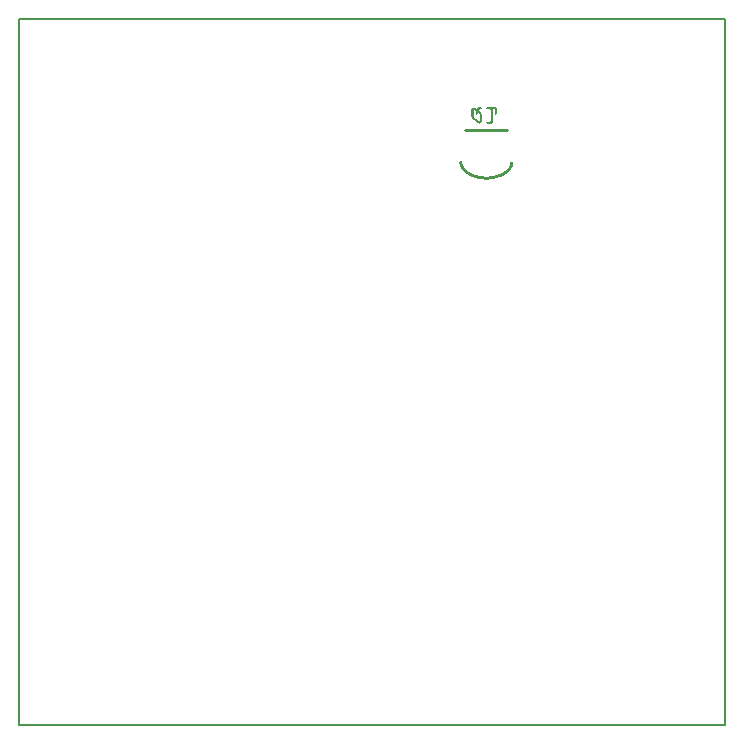
<source format=gbo>
G04 MADE WITH FRITZING*
G04 WWW.FRITZING.ORG*
G04 DOUBLE SIDED*
G04 HOLES PLATED*
G04 CONTOUR ON CENTER OF CONTOUR VECTOR*
%ASAXBY*%
%FSLAX23Y23*%
%MOIN*%
%OFA0B0*%
%SFA1.0B1.0*%
%ADD10R,2.362200X2.362200X2.346200X2.346200*%
%ADD11C,0.008000*%
%ADD12C,0.010000*%
%ADD13R,0.001000X0.001000*%
%LNSILK0*%
G90*
G70*
G54D11*
X4Y2358D02*
X2358Y2358D01*
X2358Y4D01*
X4Y4D01*
X4Y2358D01*
D02*
G54D12*
X1631Y1986D02*
X1491Y1986D01*
G54D13*
X1535Y2063D02*
X1543Y2063D01*
X1566Y2063D02*
X1593Y2063D01*
X1517Y2062D02*
X1524Y2062D01*
X1534Y2062D02*
X1545Y2062D01*
X1564Y2062D02*
X1595Y2062D01*
X1516Y2061D02*
X1525Y2061D01*
X1534Y2061D02*
X1546Y2061D01*
X1563Y2061D02*
X1596Y2061D01*
X1515Y2060D02*
X1527Y2060D01*
X1533Y2060D02*
X1546Y2060D01*
X1563Y2060D02*
X1596Y2060D01*
X1514Y2059D02*
X1528Y2059D01*
X1533Y2059D02*
X1546Y2059D01*
X1563Y2059D02*
X1596Y2059D01*
X1513Y2058D02*
X1529Y2058D01*
X1532Y2058D02*
X1546Y2058D01*
X1563Y2058D02*
X1596Y2058D01*
X1513Y2057D02*
X1530Y2057D01*
X1532Y2057D02*
X1545Y2057D01*
X1564Y2057D02*
X1596Y2057D01*
X1513Y2056D02*
X1539Y2056D01*
X1576Y2056D02*
X1583Y2056D01*
X1590Y2056D02*
X1596Y2056D01*
X1513Y2055D02*
X1519Y2055D01*
X1523Y2055D02*
X1538Y2055D01*
X1577Y2055D02*
X1583Y2055D01*
X1590Y2055D02*
X1596Y2055D01*
X1513Y2054D02*
X1519Y2054D01*
X1524Y2054D02*
X1537Y2054D01*
X1577Y2054D02*
X1583Y2054D01*
X1590Y2054D02*
X1596Y2054D01*
X1513Y2053D02*
X1519Y2053D01*
X1525Y2053D02*
X1537Y2053D01*
X1577Y2053D02*
X1583Y2053D01*
X1590Y2053D02*
X1596Y2053D01*
X1513Y2052D02*
X1519Y2052D01*
X1526Y2052D02*
X1537Y2052D01*
X1577Y2052D02*
X1583Y2052D01*
X1590Y2052D02*
X1596Y2052D01*
X1513Y2051D02*
X1519Y2051D01*
X1528Y2051D02*
X1537Y2051D01*
X1577Y2051D02*
X1583Y2051D01*
X1590Y2051D02*
X1596Y2051D01*
X1513Y2050D02*
X1519Y2050D01*
X1529Y2050D02*
X1539Y2050D01*
X1577Y2050D02*
X1583Y2050D01*
X1590Y2050D02*
X1596Y2050D01*
X1513Y2049D02*
X1519Y2049D01*
X1529Y2049D02*
X1540Y2049D01*
X1577Y2049D02*
X1583Y2049D01*
X1590Y2049D02*
X1596Y2049D01*
X1513Y2048D02*
X1519Y2048D01*
X1528Y2048D02*
X1541Y2048D01*
X1577Y2048D02*
X1583Y2048D01*
X1590Y2048D02*
X1596Y2048D01*
X1513Y2047D02*
X1519Y2047D01*
X1528Y2047D02*
X1542Y2047D01*
X1577Y2047D02*
X1583Y2047D01*
X1590Y2047D02*
X1596Y2047D01*
X1513Y2046D02*
X1519Y2046D01*
X1528Y2046D02*
X1543Y2046D01*
X1577Y2046D02*
X1583Y2046D01*
X1590Y2046D02*
X1596Y2046D01*
X1513Y2045D02*
X1519Y2045D01*
X1527Y2045D02*
X1544Y2045D01*
X1577Y2045D02*
X1583Y2045D01*
X1590Y2045D02*
X1596Y2045D01*
X1513Y2044D02*
X1519Y2044D01*
X1527Y2044D02*
X1533Y2044D01*
X1536Y2044D02*
X1544Y2044D01*
X1577Y2044D02*
X1583Y2044D01*
X1590Y2044D02*
X1596Y2044D01*
X1513Y2043D02*
X1519Y2043D01*
X1527Y2043D02*
X1533Y2043D01*
X1537Y2043D02*
X1545Y2043D01*
X1577Y2043D02*
X1583Y2043D01*
X1590Y2043D02*
X1596Y2043D01*
X1513Y2042D02*
X1519Y2042D01*
X1526Y2042D02*
X1533Y2042D01*
X1538Y2042D02*
X1545Y2042D01*
X1577Y2042D02*
X1583Y2042D01*
X1590Y2042D02*
X1596Y2042D01*
X1513Y2041D02*
X1519Y2041D01*
X1527Y2041D02*
X1532Y2041D01*
X1539Y2041D02*
X1546Y2041D01*
X1577Y2041D02*
X1583Y2041D01*
X1591Y2041D02*
X1596Y2041D01*
X1513Y2040D02*
X1519Y2040D01*
X1527Y2040D02*
X1532Y2040D01*
X1539Y2040D02*
X1546Y2040D01*
X1577Y2040D02*
X1583Y2040D01*
X1591Y2040D02*
X1596Y2040D01*
X1513Y2039D02*
X1519Y2039D01*
X1528Y2039D02*
X1531Y2039D01*
X1540Y2039D02*
X1546Y2039D01*
X1577Y2039D02*
X1583Y2039D01*
X1592Y2039D02*
X1595Y2039D01*
X1513Y2038D02*
X1519Y2038D01*
X1540Y2038D02*
X1546Y2038D01*
X1577Y2038D02*
X1583Y2038D01*
X1513Y2037D02*
X1519Y2037D01*
X1540Y2037D02*
X1546Y2037D01*
X1577Y2037D02*
X1583Y2037D01*
X1513Y2036D02*
X1519Y2036D01*
X1540Y2036D02*
X1546Y2036D01*
X1577Y2036D02*
X1583Y2036D01*
X1513Y2035D02*
X1519Y2035D01*
X1540Y2035D02*
X1546Y2035D01*
X1577Y2035D02*
X1583Y2035D01*
X1513Y2034D02*
X1519Y2034D01*
X1540Y2034D02*
X1546Y2034D01*
X1577Y2034D02*
X1583Y2034D01*
X1513Y2033D02*
X1519Y2033D01*
X1540Y2033D02*
X1546Y2033D01*
X1577Y2033D02*
X1583Y2033D01*
X1513Y2032D02*
X1519Y2032D01*
X1540Y2032D02*
X1546Y2032D01*
X1577Y2032D02*
X1583Y2032D01*
X1513Y2031D02*
X1520Y2031D01*
X1540Y2031D02*
X1546Y2031D01*
X1577Y2031D02*
X1583Y2031D01*
X1513Y2030D02*
X1520Y2030D01*
X1540Y2030D02*
X1546Y2030D01*
X1577Y2030D02*
X1583Y2030D01*
X1514Y2029D02*
X1522Y2029D01*
X1540Y2029D02*
X1546Y2029D01*
X1577Y2029D02*
X1583Y2029D01*
X1514Y2028D02*
X1523Y2028D01*
X1540Y2028D02*
X1546Y2028D01*
X1577Y2028D02*
X1583Y2028D01*
X1515Y2027D02*
X1524Y2027D01*
X1540Y2027D02*
X1546Y2027D01*
X1577Y2027D02*
X1583Y2027D01*
X1516Y2026D02*
X1525Y2026D01*
X1540Y2026D02*
X1546Y2026D01*
X1577Y2026D02*
X1583Y2026D01*
X1517Y2025D02*
X1526Y2025D01*
X1540Y2025D02*
X1546Y2025D01*
X1577Y2025D02*
X1583Y2025D01*
X1518Y2024D02*
X1527Y2024D01*
X1540Y2024D02*
X1546Y2024D01*
X1577Y2024D02*
X1583Y2024D01*
X1519Y2023D02*
X1529Y2023D01*
X1540Y2023D02*
X1546Y2023D01*
X1577Y2023D02*
X1583Y2023D01*
X1520Y2022D02*
X1530Y2022D01*
X1540Y2022D02*
X1546Y2022D01*
X1577Y2022D02*
X1583Y2022D01*
X1521Y2021D02*
X1531Y2021D01*
X1540Y2021D02*
X1546Y2021D01*
X1577Y2021D02*
X1583Y2021D01*
X1522Y2020D02*
X1532Y2020D01*
X1540Y2020D02*
X1546Y2020D01*
X1577Y2020D02*
X1583Y2020D01*
X1524Y2019D02*
X1533Y2019D01*
X1540Y2019D02*
X1546Y2019D01*
X1577Y2019D02*
X1583Y2019D01*
X1525Y2018D02*
X1535Y2018D01*
X1540Y2018D02*
X1546Y2018D01*
X1577Y2018D02*
X1583Y2018D01*
X1526Y2017D02*
X1536Y2017D01*
X1540Y2017D02*
X1546Y2017D01*
X1577Y2017D02*
X1583Y2017D01*
X1527Y2016D02*
X1537Y2016D01*
X1539Y2016D02*
X1546Y2016D01*
X1576Y2016D02*
X1583Y2016D01*
X1528Y2015D02*
X1546Y2015D01*
X1564Y2015D02*
X1583Y2015D01*
X1529Y2014D02*
X1545Y2014D01*
X1563Y2014D02*
X1583Y2014D01*
X1531Y2013D02*
X1545Y2013D01*
X1563Y2013D02*
X1583Y2013D01*
X1532Y2012D02*
X1544Y2012D01*
X1563Y2012D02*
X1583Y2012D01*
X1533Y2011D02*
X1543Y2011D01*
X1563Y2011D02*
X1583Y2011D01*
X1534Y2010D02*
X1542Y2010D01*
X1564Y2010D02*
X1583Y2010D01*
X1537Y2009D02*
X1539Y2009D01*
X1566Y2009D02*
X1582Y2009D01*
X1478Y1884D02*
X1480Y1884D01*
X1476Y1883D02*
X1481Y1883D01*
X1644Y1883D02*
X1644Y1883D01*
X1473Y1882D02*
X1481Y1882D01*
X1643Y1882D02*
X1647Y1882D01*
X1473Y1881D02*
X1482Y1881D01*
X1643Y1881D02*
X1651Y1881D01*
X1473Y1880D02*
X1482Y1880D01*
X1643Y1880D02*
X1651Y1880D01*
X1473Y1879D02*
X1482Y1879D01*
X1642Y1879D02*
X1652Y1879D01*
X1473Y1878D02*
X1482Y1878D01*
X1642Y1878D02*
X1651Y1878D01*
X1473Y1877D02*
X1482Y1877D01*
X1642Y1877D02*
X1651Y1877D01*
X1473Y1876D02*
X1482Y1876D01*
X1642Y1876D02*
X1651Y1876D01*
X1473Y1875D02*
X1482Y1875D01*
X1642Y1875D02*
X1651Y1875D01*
X1473Y1874D02*
X1483Y1874D01*
X1642Y1874D02*
X1651Y1874D01*
X1474Y1873D02*
X1483Y1873D01*
X1642Y1873D02*
X1651Y1873D01*
X1474Y1872D02*
X1483Y1872D01*
X1641Y1872D02*
X1651Y1872D01*
X1474Y1871D02*
X1483Y1871D01*
X1641Y1871D02*
X1650Y1871D01*
X1474Y1870D02*
X1484Y1870D01*
X1641Y1870D02*
X1650Y1870D01*
X1475Y1869D02*
X1484Y1869D01*
X1640Y1869D02*
X1650Y1869D01*
X1475Y1868D02*
X1485Y1868D01*
X1640Y1868D02*
X1649Y1868D01*
X1475Y1867D02*
X1485Y1867D01*
X1639Y1867D02*
X1649Y1867D01*
X1476Y1866D02*
X1486Y1866D01*
X1639Y1866D02*
X1649Y1866D01*
X1476Y1865D02*
X1486Y1865D01*
X1638Y1865D02*
X1648Y1865D01*
X1477Y1864D02*
X1487Y1864D01*
X1638Y1864D02*
X1648Y1864D01*
X1477Y1863D02*
X1487Y1863D01*
X1637Y1863D02*
X1647Y1863D01*
X1478Y1862D02*
X1488Y1862D01*
X1636Y1862D02*
X1647Y1862D01*
X1478Y1861D02*
X1489Y1861D01*
X1636Y1861D02*
X1646Y1861D01*
X1479Y1860D02*
X1490Y1860D01*
X1635Y1860D02*
X1646Y1860D01*
X1479Y1859D02*
X1490Y1859D01*
X1634Y1859D02*
X1645Y1859D01*
X1480Y1858D02*
X1491Y1858D01*
X1633Y1858D02*
X1644Y1858D01*
X1481Y1857D02*
X1492Y1857D01*
X1632Y1857D02*
X1644Y1857D01*
X1481Y1856D02*
X1493Y1856D01*
X1631Y1856D02*
X1643Y1856D01*
X1482Y1855D02*
X1494Y1855D01*
X1630Y1855D02*
X1642Y1855D01*
X1483Y1854D02*
X1495Y1854D01*
X1629Y1854D02*
X1641Y1854D01*
X1484Y1853D02*
X1497Y1853D01*
X1628Y1853D02*
X1641Y1853D01*
X1485Y1852D02*
X1498Y1852D01*
X1627Y1852D02*
X1640Y1852D01*
X1485Y1851D02*
X1499Y1851D01*
X1625Y1851D02*
X1639Y1851D01*
X1486Y1850D02*
X1501Y1850D01*
X1624Y1850D02*
X1638Y1850D01*
X1487Y1849D02*
X1502Y1849D01*
X1622Y1849D02*
X1637Y1849D01*
X1488Y1848D02*
X1503Y1848D01*
X1621Y1848D02*
X1636Y1848D01*
X1489Y1847D02*
X1505Y1847D01*
X1619Y1847D02*
X1635Y1847D01*
X1491Y1846D02*
X1507Y1846D01*
X1618Y1846D02*
X1634Y1846D01*
X1492Y1845D02*
X1509Y1845D01*
X1616Y1845D02*
X1633Y1845D01*
X1493Y1844D02*
X1510Y1844D01*
X1614Y1844D02*
X1631Y1844D01*
X1494Y1843D02*
X1513Y1843D01*
X1612Y1843D02*
X1630Y1843D01*
X1496Y1842D02*
X1515Y1842D01*
X1610Y1842D02*
X1629Y1842D01*
X1497Y1841D02*
X1517Y1841D01*
X1607Y1841D02*
X1627Y1841D01*
X1498Y1840D02*
X1520Y1840D01*
X1605Y1840D02*
X1626Y1840D01*
X1500Y1839D02*
X1522Y1839D01*
X1602Y1839D02*
X1624Y1839D01*
X1502Y1838D02*
X1526Y1838D01*
X1599Y1838D02*
X1623Y1838D01*
X1503Y1837D02*
X1529Y1837D01*
X1595Y1837D02*
X1621Y1837D01*
X1505Y1836D02*
X1533Y1836D01*
X1591Y1836D02*
X1619Y1836D01*
X1507Y1835D02*
X1537Y1835D01*
X1587Y1835D02*
X1617Y1835D01*
X1509Y1834D02*
X1544Y1834D01*
X1581Y1834D02*
X1615Y1834D01*
X1512Y1833D02*
X1554Y1833D01*
X1570Y1833D02*
X1613Y1833D01*
X1514Y1832D02*
X1611Y1832D01*
X1516Y1831D02*
X1608Y1831D01*
X1519Y1830D02*
X1605Y1830D01*
X1522Y1829D02*
X1602Y1829D01*
X1525Y1828D02*
X1599Y1828D01*
X1529Y1827D02*
X1595Y1827D01*
X1533Y1826D02*
X1591Y1826D01*
X1538Y1825D02*
X1586Y1825D01*
X1544Y1824D02*
X1580Y1824D01*
X1556Y1823D02*
X1569Y1823D01*
D02*
G04 End of Silk0*
M02*
</source>
